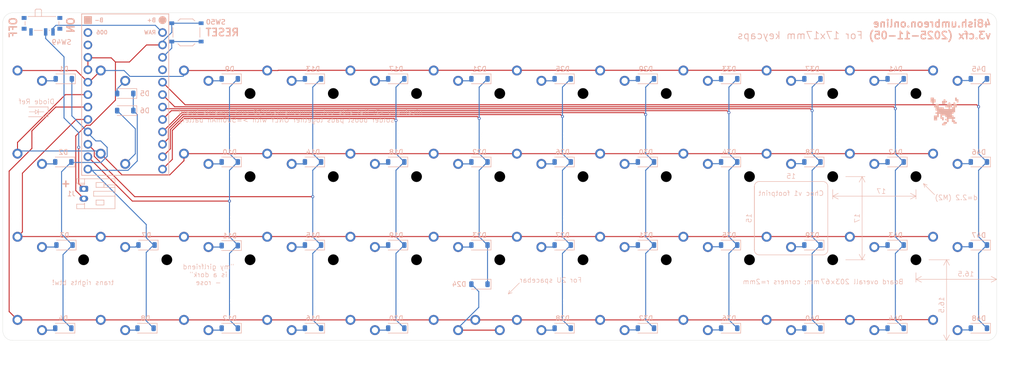
<source format=kicad_pcb>
(kicad_pcb
	(version 20241229)
	(generator "pcbnew")
	(generator_version "9.0")
	(general
		(thickness 1.6)
		(legacy_teardrops no)
	)
	(paper "A3")
	(title_block
		(title "plank")
		(rev "v1.0.0")
		(company "Unknown")
	)
	(layers
		(0 "F.Cu" signal)
		(2 "B.Cu" signal)
		(9 "F.Adhes" user "F.Adhesive")
		(11 "B.Adhes" user "B.Adhesive")
		(13 "F.Paste" user)
		(15 "B.Paste" user)
		(5 "F.SilkS" user "F.Silkscreen")
		(7 "B.SilkS" user "B.Silkscreen")
		(1 "F.Mask" user)
		(3 "B.Mask" user)
		(17 "Dwgs.User" user "User.Drawings")
		(19 "Cmts.User" user "User.Comments")
		(21 "Eco1.User" user "User.Eco1")
		(23 "Eco2.User" user "User.Eco2")
		(25 "Edge.Cuts" user)
		(27 "Margin" user)
		(31 "F.CrtYd" user "F.Courtyard")
		(29 "B.CrtYd" user "B.Courtyard")
		(35 "F.Fab" user)
		(33 "B.Fab" user)
	)
	(setup
		(pad_to_mask_clearance 0)
		(allow_soldermask_bridges_in_footprints no)
		(tenting front back)
		(pcbplotparams
			(layerselection 0x00000000_00000000_55555555_5755f5ff)
			(plot_on_all_layers_selection 0x00000000_00000000_00000000_00000000)
			(disableapertmacros no)
			(usegerberextensions no)
			(usegerberattributes yes)
			(usegerberadvancedattributes yes)
			(creategerberjobfile yes)
			(dashed_line_dash_ratio 12.000000)
			(dashed_line_gap_ratio 3.000000)
			(svgprecision 4)
			(plotframeref no)
			(mode 1)
			(useauxorigin no)
			(hpglpennumber 1)
			(hpglpenspeed 20)
			(hpglpendiameter 15.000000)
			(pdf_front_fp_property_popups yes)
			(pdf_back_fp_property_popups yes)
			(pdf_metadata yes)
			(pdf_single_document no)
			(dxfpolygonmode yes)
			(dxfimperialunits yes)
			(dxfusepcbnewfont yes)
			(psnegative no)
			(psa4output no)
			(plot_black_and_white yes)
			(sketchpadsonfab no)
			(plotpadnumbers no)
			(hidednponfab no)
			(sketchdnponfab yes)
			(crossoutdnponfab yes)
			(subtractmaskfromsilk no)
			(outputformat 1)
			(mirror no)
			(drillshape 0)
			(scaleselection 1)
			(outputdirectory "48ish_soldered_out/")
		)
	)
	(net 0 "")
	(net 1 "Net-(D1-A)")
	(net 2 "/col0")
	(net 3 "Net-(D2-A)")
	(net 4 "Net-(D3-A)")
	(net 5 "Net-(D4-A)")
	(net 6 "/col1")
	(net 7 "Net-(D5-A)")
	(net 8 "Net-(D6-A)")
	(net 9 "Net-(D7-A)")
	(net 10 "Net-(D8-A)")
	(net 11 "Net-(D9-A)")
	(net 12 "/col2")
	(net 13 "Net-(D10-A)")
	(net 14 "Net-(D11-A)")
	(net 15 "Net-(D12-A)")
	(net 16 "/col3")
	(net 17 "Net-(D13-A)")
	(net 18 "Net-(D14-A)")
	(net 19 "Net-(D15-A)")
	(net 20 "Net-(D16-A)")
	(net 21 "Net-(D17-A)")
	(net 22 "/col4")
	(net 23 "Net-(D18-A)")
	(net 24 "Net-(D19-A)")
	(net 25 "Net-(D20-A)")
	(net 26 "Net-(D21-A)")
	(net 27 "/col5")
	(net 28 "Net-(D22-A)")
	(net 29 "Net-(D23-A)")
	(net 30 "Net-(D24-A)")
	(net 31 "Net-(D25-A)")
	(net 32 "/col6")
	(net 33 "Net-(D26-A)")
	(net 34 "Net-(D27-A)")
	(net 35 "Net-(D28-A)")
	(net 36 "/col7")
	(net 37 "Net-(D29-A)")
	(net 38 "Net-(D30-A)")
	(net 39 "Net-(D31-A)")
	(net 40 "Net-(D32-A)")
	(net 41 "Net-(D33-A)")
	(net 42 "/col8")
	(net 43 "Net-(D34-A)")
	(net 44 "Net-(D35-A)")
	(net 45 "Net-(D36-A)")
	(net 46 "Net-(D37-A)")
	(net 47 "/col9")
	(net 48 "Net-(D38-A)")
	(net 49 "Net-(D39-A)")
	(net 50 "Net-(D40-A)")
	(net 51 "Net-(D41-A)")
	(net 52 "/col10")
	(net 53 "Net-(D42-A)")
	(net 54 "Net-(D43-A)")
	(net 55 "Net-(D44-A)")
	(net 56 "/col11")
	(net 57 "Net-(D45-A)")
	(net 58 "Net-(D46-A)")
	(net 59 "Net-(D47-A)")
	(net 60 "Net-(D48-A)")
	(net 61 "Net-(J1-Pin_1)")
	(net 62 "VBAT")
	(net 63 "/row0")
	(net 64 "/row2")
	(net 65 "GND")
	(net 66 "unconnected-(U1-P0{slash}RX-Pad2)")
	(net 67 "/row3")
	(net 68 "unconnected-(U1-P1{slash}TX-Pad1)")
	(net 69 "/row1")
	(net 70 "Net-(SW50-A)")
	(net 71 "unconnected-(SW49-A-Pad1)")
	(net 72 "unconnected-(U1-VCC-Pad16)")
	(footprint "stuff:shitty_m2_mounting_hole" (layer "F.Cu") (at 211 119.5))
	(footprint "stuff:shitty_m2_mounting_hole" (layer "F.Cu") (at 194 136.5))
	(footprint "stuff:shitty_m2_mounting_hole" (layer "F.Cu") (at 143 153.5))
	(footprint "stuff:Choc_v1_17x17mm_spacing" (layer "F.Cu") (at 134.5 128))
	(footprint "stuff:Choc_v1_17x17mm_spacing" (layer "F.Cu") (at 236.5 127.99925))
	(footprint "stuff:Choc_v1_17x17mm_spacing" (layer "F.Cu") (at 185.5 128))
	(footprint "stuff:Choc_v1_17x17mm_spacing" (layer "F.Cu") (at 270.5 111))
	(footprint "stuff:Choc_v1_17x17mm_spacing" (layer "F.Cu") (at 202.5 111))
	(footprint "stuff:Choc_v1_17x17mm_spacing" (layer "F.Cu") (at 168.5 145))
	(footprint "stuff:shitty_m2_mounting_hole" (layer "F.Cu") (at 296 119.5))
	(footprint "stuff:Choc_v1_17x17mm_spacing" (layer "F.Cu") (at 253.5 111))
	(footprint "stuff:Choc_v1_17x17mm_spacing" (layer "F.Cu") (at 151.5 128))
	(footprint "stuff:shitty_m2_mounting_hole" (layer "F.Cu") (at 177 153.5))
	(footprint "stuff:shitty_m2_mounting_hole" (layer "F.Cu") (at 194 153.5))
	(footprint "stuff:Choc_v1_17x17mm_spacing" (layer "F.Cu") (at 117.5 128))
	(footprint "stuff:shitty_m2_mounting_hole" (layer "F.Cu") (at 211 153.5))
	(footprint "stuff:Choc_v1_17x17mm_spacing" (layer "F.Cu") (at 219.5 128))
	(footprint "stuff:Choc_v1_17x17mm_spacing" (layer "F.Cu") (at 219.5 145))
	(footprint "stuff:Choc_v1_17x17mm_spacing" (layer "F.Cu") (at 134.5 111))
	(footprint "stuff:shitty_m2_mounting_hole" (layer "F.Cu") (at 160 119.5))
	(footprint "stuff:Choc_v1_17x17mm_spacing" (layer "F.Cu") (at 304.5 145))
	(footprint "stuff:Choc_v1_17x17mm_spacing" (layer "F.Cu") (at 304.5 128))
	(footprint "stuff:Choc_v1_17x17mm_spacing" (layer "F.Cu") (at 270.5 162))
	(footprint "stuff:shitty_m2_mounting_hole" (layer "F.Cu") (at 228 136.5))
	(footprint "stuff:Choc_v1_17x17mm_spacing" (layer "F.Cu") (at 219.5 111))
	(footprint "stuff:Choc_v1_17x17mm_spacing" (layer "F.Cu") (at 253.5 162))
	(footprint "stuff:Choc_v1_17x17mm_spacing" (layer "F.Cu") (at 185.5 162))
	(footprint "stuff:Choc_v1_17x17mm_spacing" (layer "F.Cu") (at 151.5 162))
	(footprint "stuff:Choc_v1_17x17mm_spacing" (layer "F.Cu") (at 117.5 162))
	(footprint "stuff:shitty_m2_mounting_hole" (layer "F.Cu") (at 177 136.5))
	(footprint "stuff:Choc_v1_17x17mm_spacing" (layer "F.Cu") (at 168.5 162))
	(footprint "stuff:shitty_m2_mounting_hole" (layer "F.Cu") (at 279 136.5))
	(footprint "stuff:Choc_v1_17x17mm_spacing" (layer "F.Cu") (at 270.5 128))
	(footprint "stuff:Choc_v1_17x17mm_spacing" (layer "F.Cu") (at 117.5 145))
	(footprint "stuff:Choc_v1_17x17mm_spacing" (layer "F.Cu") (at 253.5 128))
	(footprint "stuff:Choc_v1_17x17mm_spacing" (layer "F.Cu") (at 202.5 128))
	(footprint "stuff:Choc_v1_17x17mm_spacing" (layer "F.Cu") (at 236.5 110.99925))
	(footprint "stuff:Choc_v1_17x17mm_spacing" (layer "F.Cu") (at 236.5 144.99925))
	(footprint "stuff:Choc_v1_17x17mm_spacing" (layer "F.Cu") (at 211 162))
	(footprint "stuff:shitty_m2_mounting_hole" (layer "F.Cu") (at 245 153.5))
	(footprint "stuff:Choc_v1_17x17mm_spacing" (layer "F.Cu") (at 134.5 145))
	(footprint "stuff:Choc_v1_17x17mm_spacing" (layer "F.Cu") (at 287.5 145))
	(footprint "stuff:Choc_v1_17x17mm_spacing" (layer "F.Cu") (at 168.5 128))
	(footprint "stuff:shitty_m2_mounting_hole" (layer "F.Cu") (at 245 119.5))
	(footprint "stuff:Choc_v1_17x17mm_spacing" (layer "F.Cu") (at 287.5 162))
	(footprint "stuff:Choc_v1_17x17mm_spacing" (layer "F.Cu") (at 304.5 111))
	(footprint "stuff:Choc_v1_17x17mm_spacing" (layer "F.Cu") (at 253.5 145))
	(footprint "stuff:Choc_v1_17x17mm_spacing" (layer "F.Cu") (at 168.5 111))
	(footprint "stuff:Choc_v1_17x17mm_spacing" (layer "F.Cu") (at 117.5 111))
	(footprint "stuff:shitty_m2_mounting_hole" (layer "F.Cu") (at 279 153.5))
	(footprint "stuff:Choc_v1_17x17mm_spacing" (layer "F.Cu") (at 151.5 111))
	(footprint "stuff:Choc_v1_17x17mm_spacing" (layer "F.Cu") (at 185.5 111))
	(footprint "stuff:shitty_m2_mounting_hole" (layer "F.Cu") (at 160 136.5))
	(footprint "stuff:shitty_m2_mounting_hole" (layer "F.Cu") (at 228 153.5))
	(footprint "stuff:Choc_v1_17x17mm_spacing"
		(layer "F.Cu")
		(uuid "a7b66de5-a523-4388-96a2-dbc5aede52e0")
		(at 202.5 162)
		(property "Reference" "SW24"
			(at 0 0 0)
			(layer "F.SilkS")
			(hide yes)
			(uuid "b640e1c1-c6c4-4b18-a243-9c9dc3cbbe90")
			(effects
				(font
					(size 1.27 1.27)
					(thickness 0.15)
				)
			)
		)
		(property "Value" "SW_SPST"
			(at 0 0 0)
			(layer "F.SilkS")
			(hide yes)
			(uuid "20e51a71-7cdf-4f4b-93df-c2841f389828")
			(effects
				(font
					(size 1.27 1.27)
					(thickness 0.15)
				)
			)
		)
		(property "Datasheet" "~"
			(at 0 0 0)
			(layer "F.Fab")
			(hide yes)
			(uuid "c907424a-ea2a-4c2f-bcb3-13e0af0cb2bc")
			(effects
				(font
					(size 1.27 1.27)
					(thickness 0.15)
				)
			)
		)
		(property "Description" "Choc v1 keyswitch"
			(at 0 0 0)
			(layer "F.Fab")
			(hide yes)
			(uuid "c850979d-ad15-45cb-95e2-318572c19aac")
			(effects
				(font
					(size 1.27 1.27)
					(thickness 0.15)
				)
			)
		)
		(property "JLCPCB Part Number" ""
			(at 0 0 0)
			(unlocked yes)
			(layer "F.Fab")
			(hide yes)
			(uuid "0789c039-6cf3-4b81-8174-d043e68d6612")
			(effects
				(font
					(size 1 1)
					(thickness 0.15)
				)
			)
		)
		(path "/cc581630-d5ec-4eb5-8816-96c4ce2eb12b")
		(sheetname "/")
		(sheetfile "48ish_soldered.kicad_sch")
		(attr through_hole exclude_from_bom)
		(fp_line
			(start -8.5 -8.5)
			(end 8.5 -8.5)
			(stroke
				(width 0.15)
				(type solid)
			)
			(layer "Dwgs.User")
			(uuid "3325d5fa-6ca7-48e7-9652-2eb282dae659")
		)
		(fp_line
			(start -8.5 8.5)
			(end -8.5 -8.5)
			(stroke
				(width 0.15)
				(type solid)
			)
			(layer "Dwgs.User")
			(uuid "a0dad6f4-59f2-4b15-a185-808e67f0c510")
		)
		(fp_line
			(start -7 -6)
			(end -7 -7)
			(stroke
				(width 0.15)
				(type solid)
			)
			(layer "Dwgs.User")
			(uuid "f6362fba-fbc6-44ca-8912-9e1e5bae82b8")
		)
		(fp_line
			(start -7 7)
			(end -7 6)
			(stroke
				(width 0.15)
				(type solid)
			)
			(layer "Dwgs.User")
			(uuid "9000fe95-f796-48de-986d-30d75aada1c2")
		)
		(fp_line
			(start -7 7)
			(end -6 7)
			(stroke
				(width 0.15)
				(type solid)
			)
			(layer "Dwgs.User")
			(uuid "cdfb62c2-8c62-4fea-a8f9-91d2fcdd4b7d")
		)
		(fp_line
			(start -6 -7)
			(end -7 -7)
			(stroke
				(width 0.15)
				(type solid)
			)
			(layer "Dwgs.User")
			(uuid "2702b8b5-9aae-4a6b-8c6d-fd8b51a4b8b1")
		)
		(fp_line
			(start 6 7)
			(end 7 7)
			(stroke
				(width 0.15)
				(type solid)
			)
			(layer "Dwgs.User")
			(uuid "d64da8f8-77da-42bb-a007-9283a3a44fa9")
		)
		(fp_line
			(start 7 -7)
			(end 6 -7)
			(stroke
				(width 0.15)
				(type solid)
			)
			(layer "Dwgs.User")
			(uuid "8703e11a-78af-4087-9b3a-b33ad4f89511")
		)
		(fp_line
			(start 7 -7)
			(end 7 -6)
			(stroke
				(width 0.15)
				(type solid)
			)
			(layer "Dwgs.User")
			(uuid "2ae3ce8f-2fda-4e8a-8998-b7020e84f8c6")
		)
		(fp_line
			(start 7 6)
			(end 7 7)
			(stroke
				(width 0.15)
				(type solid)
			)
			(layer "Dwgs.User")
			(uuid "7c0a4352-70e5-4634-993f-62bac4f56883")
		)
		(fp_line
			(start 8.5 -8.5)
			(end 8.5 8.5)
			(stroke
				(width 0.15)
				(type solid)
			)
			(layer "Dwgs.User")
			(uuid "0f5e0b0e-cd37-40aa-8ed0-68d340b0f3f4")
		)
		(fp_line
			(start 8.5 8.5)
			(end -8.5 8.5)
			(stroke
				(width 0.15)
				(type solid)
			)
			(layer "Dwgs.User")
			(uuid "edc59033-9232-4898-a288-33da75277152")
		)
		(pad "" np_thru_hole circle
			(at -5.5 0 180)
			(size 1.7018 1.7018)
			(drill 1.7018)
			(layers "*.Cu" "*.Mask")
			(uuid "b13f2a53-3372-41ab-b1e7-3dfa1dc28dd6")
		)
		(pad "" np_thru_hole circle
			(at 0 0 180)
			(size 3.429 3.429)
			(drill 3.429)
			(layers "*.Cu" "*.Mask")
			(uuid "827449f6-d0f5-4d72-9fce-855edf95b2a1")
		)
		(pad "" np_thru_hole circle
			(at 5.5 0 180)
			(size 1.7018 1.7018)
			(drill 1.7018)
			(layers "*.Cu" "*.Mask")
			
... [472192 chars truncated]
</source>
